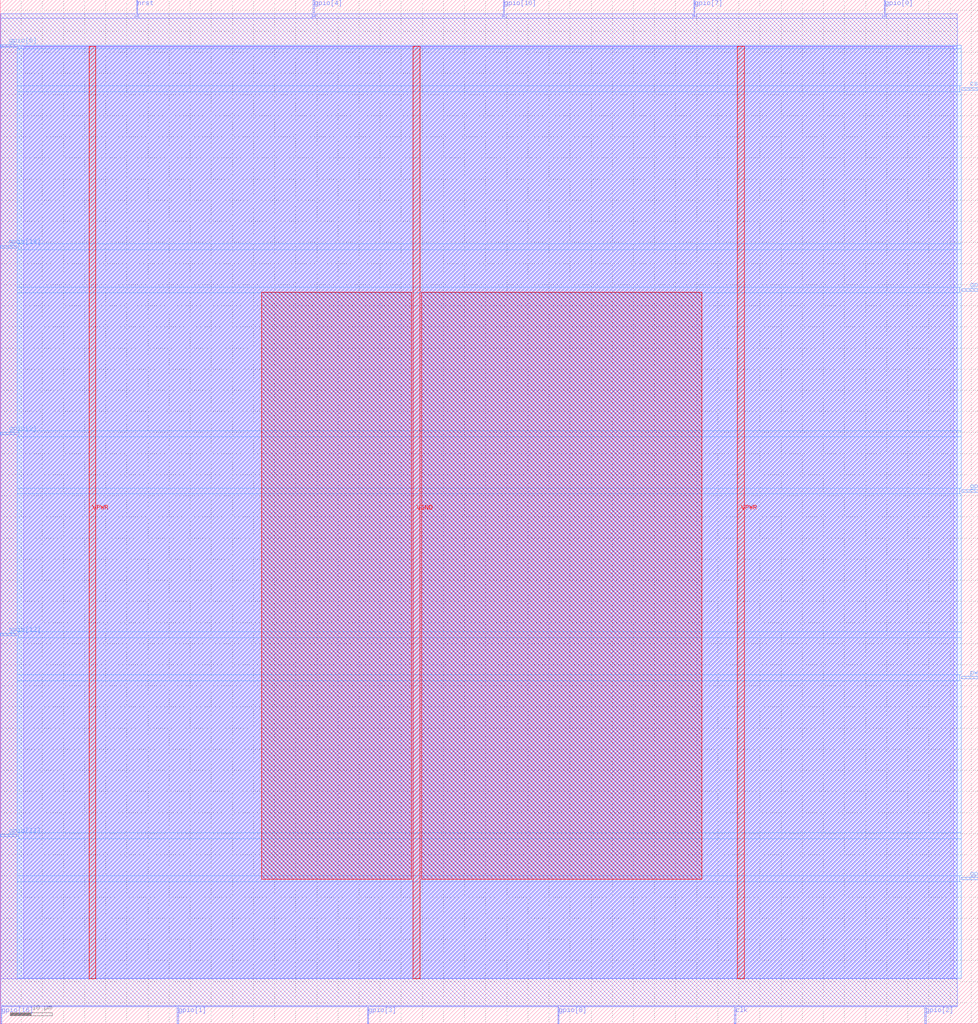
<source format=lef>
VERSION 5.7 ;
  NOWIREEXTENSIONATPIN ON ;
  DIVIDERCHAR "/" ;
  BUSBITCHARS "[]" ;
MACRO silly_synthesizer
  CLASS BLOCK ;
  FOREIGN silly_synthesizer ;
  ORIGIN 0.000 0.000 ;
  SIZE 231.685 BY 242.405 ;
  PIN VGND
    DIRECTION INOUT ;
    USE GROUND ;
    PORT
      LAYER met4 ;
        RECT 97.840 10.640 99.440 231.440 ;
    END
  END VGND
  PIN VPWR
    DIRECTION INOUT ;
    USE POWER ;
    PORT
      LAYER met4 ;
        RECT 21.040 10.640 22.640 231.440 ;
    END
    PORT
      LAYER met4 ;
        RECT 174.640 10.640 176.240 231.440 ;
    END
  END VPWR
  PIN clk
    DIRECTION INPUT ;
    USE SIGNAL ;
    ANTENNAGATEAREA 0.852000 ;
    PORT
      LAYER met2 ;
        RECT 173.970 0.000 174.250 4.000 ;
    END
  END clk
  PIN cs
    DIRECTION INPUT ;
    USE SIGNAL ;
    ANTENNAGATEAREA 0.247500 ;
    PORT
      LAYER met3 ;
        RECT 227.685 221.040 231.685 221.640 ;
    END
  END cs
  PIN gpio[0]
    DIRECTION INPUT ;
    USE SIGNAL ;
    ANTENNAGATEAREA 0.213000 ;
    PORT
      LAYER met2 ;
        RECT 209.390 238.405 209.670 242.405 ;
    END
  END gpio[0]
  PIN gpio[10]
    DIRECTION INPUT ;
    USE SIGNAL ;
    ANTENNAGATEAREA 0.196500 ;
    PORT
      LAYER met2 ;
        RECT 119.230 238.405 119.510 242.405 ;
    END
  END gpio[10]
  PIN gpio[11]
    DIRECTION INPUT ;
    USE SIGNAL ;
    ANTENNAGATEAREA 0.196500 ;
    PORT
      LAYER met3 ;
        RECT 0.000 44.240 4.000 44.840 ;
    END
  END gpio[11]
  PIN gpio[12]
    DIRECTION INPUT ;
    USE SIGNAL ;
    ANTENNAGATEAREA 0.196500 ;
    PORT
      LAYER met3 ;
        RECT 0.000 91.840 4.000 92.440 ;
    END
  END gpio[12]
  PIN gpio[13]
    DIRECTION INPUT ;
    USE SIGNAL ;
    ANTENNAGATEAREA 0.196500 ;
    PORT
      LAYER met3 ;
        RECT 227.685 34.040 231.685 34.640 ;
    END
  END gpio[13]
  PIN gpio[14]
    DIRECTION INPUT ;
    USE SIGNAL ;
    ANTENNAGATEAREA 0.196500 ;
    PORT
      LAYER met3 ;
        RECT 0.000 183.640 4.000 184.240 ;
    END
  END gpio[14]
  PIN gpio[15]
    DIRECTION INPUT ;
    USE SIGNAL ;
    ANTENNAGATEAREA 0.196500 ;
    PORT
      LAYER met3 ;
        RECT 227.685 173.440 231.685 174.040 ;
    END
  END gpio[15]
  PIN gpio[16]
    DIRECTION INPUT ;
    USE SIGNAL ;
    ANTENNAGATEAREA 0.196500 ;
    PORT
      LAYER met2 ;
        RECT 0.090 0.000 0.370 4.000 ;
    END
  END gpio[16]
  PIN gpio[1]
    DIRECTION INPUT ;
    USE SIGNAL ;
    ANTENNAGATEAREA 0.196500 ;
    PORT
      LAYER met2 ;
        RECT 41.950 0.000 42.230 4.000 ;
    END
  END gpio[1]
  PIN gpio[2]
    DIRECTION INPUT ;
    USE SIGNAL ;
    ANTENNAGATEAREA 0.196500 ;
    PORT
      LAYER met2 ;
        RECT 219.050 0.000 219.330 4.000 ;
    END
  END gpio[2]
  PIN gpio[3]
    DIRECTION INPUT ;
    USE SIGNAL ;
    ANTENNAGATEAREA 0.196500 ;
    PORT
      LAYER met2 ;
        RECT 87.030 0.000 87.310 4.000 ;
    END
  END gpio[3]
  PIN gpio[4]
    DIRECTION INPUT ;
    USE SIGNAL ;
    ANTENNAGATEAREA 0.196500 ;
    PORT
      LAYER met2 ;
        RECT 74.150 238.405 74.430 242.405 ;
    END
  END gpio[4]
  PIN gpio[5]
    DIRECTION INPUT ;
    USE SIGNAL ;
    ANTENNAGATEAREA 0.196500 ;
    PORT
      LAYER met3 ;
        RECT 227.685 125.840 231.685 126.440 ;
    END
  END gpio[5]
  PIN gpio[6]
    DIRECTION INPUT ;
    USE SIGNAL ;
    ANTENNAGATEAREA 0.126000 ;
    PORT
      LAYER met3 ;
        RECT 0.000 231.240 4.000 231.840 ;
    END
  END gpio[6]
  PIN gpio[7]
    DIRECTION INPUT ;
    USE SIGNAL ;
    ANTENNAGATEAREA 0.196500 ;
    PORT
      LAYER met2 ;
        RECT 164.310 238.405 164.590 242.405 ;
    END
  END gpio[7]
  PIN gpio[8]
    DIRECTION INPUT ;
    USE SIGNAL ;
    ANTENNAGATEAREA 0.196500 ;
    PORT
      LAYER met2 ;
        RECT 132.110 0.000 132.390 4.000 ;
    END
  END gpio[8]
  PIN gpio[9]
    DIRECTION INPUT ;
    USE SIGNAL ;
    ANTENNAGATEAREA 0.196500 ;
    PORT
      LAYER met3 ;
        RECT 0.000 139.440 4.000 140.040 ;
    END
  END gpio[9]
  PIN nrst
    DIRECTION INPUT ;
    USE SIGNAL ;
    ANTENNAGATEAREA 0.159000 ;
    PORT
      LAYER met2 ;
        RECT 32.290 238.405 32.570 242.405 ;
    END
  END nrst
  PIN pwm
    DIRECTION OUTPUT TRISTATE ;
    USE SIGNAL ;
    ANTENNADIFFAREA 0.445500 ;
    PORT
      LAYER met3 ;
        RECT 227.685 81.640 231.685 82.240 ;
    END
  END pwm
  OBS
      LAYER li1 ;
        RECT 5.520 10.795 225.860 231.285 ;
      LAYER met1 ;
        RECT 0.070 10.640 226.710 231.440 ;
      LAYER met2 ;
        RECT 0.100 238.125 32.010 239.090 ;
        RECT 32.850 238.125 73.870 239.090 ;
        RECT 74.710 238.125 118.950 239.090 ;
        RECT 119.790 238.125 164.030 239.090 ;
        RECT 164.870 238.125 209.110 239.090 ;
        RECT 209.950 238.125 226.690 239.090 ;
        RECT 0.100 4.280 226.690 238.125 ;
        RECT 0.650 4.000 41.670 4.280 ;
        RECT 42.510 4.000 86.750 4.280 ;
        RECT 87.590 4.000 131.830 4.280 ;
        RECT 132.670 4.000 173.690 4.280 ;
        RECT 174.530 4.000 218.770 4.280 ;
        RECT 219.610 4.000 226.690 4.280 ;
      LAYER met3 ;
        RECT 4.400 230.840 227.685 231.705 ;
        RECT 4.000 222.040 227.685 230.840 ;
        RECT 4.000 220.640 227.285 222.040 ;
        RECT 4.000 184.640 227.685 220.640 ;
        RECT 4.400 183.240 227.685 184.640 ;
        RECT 4.000 174.440 227.685 183.240 ;
        RECT 4.000 173.040 227.285 174.440 ;
        RECT 4.000 140.440 227.685 173.040 ;
        RECT 4.400 139.040 227.685 140.440 ;
        RECT 4.000 126.840 227.685 139.040 ;
        RECT 4.000 125.440 227.285 126.840 ;
        RECT 4.000 92.840 227.685 125.440 ;
        RECT 4.400 91.440 227.685 92.840 ;
        RECT 4.000 82.640 227.685 91.440 ;
        RECT 4.000 81.240 227.285 82.640 ;
        RECT 4.000 45.240 227.685 81.240 ;
        RECT 4.400 43.840 227.685 45.240 ;
        RECT 4.000 35.040 227.685 43.840 ;
        RECT 4.000 33.640 227.285 35.040 ;
        RECT 4.000 10.715 227.685 33.640 ;
      LAYER met4 ;
        RECT 61.935 34.175 97.440 173.225 ;
        RECT 99.840 34.175 166.225 173.225 ;
  END
END silly_synthesizer
END LIBRARY


</source>
